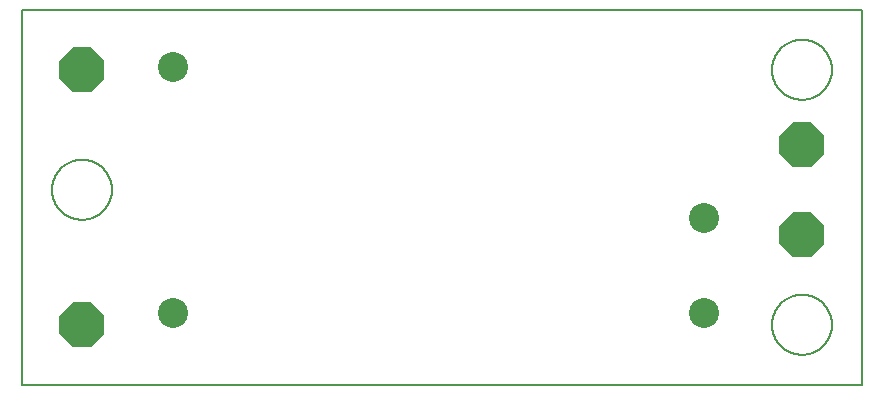
<source format=gbl>
G75*
%MOIN*%
%OFA0B0*%
%FSLAX25Y25*%
%IPPOS*%
%LPD*%
%AMOC8*
5,1,8,0,0,1.08239X$1,22.5*
%
%ADD10C,0.00600*%
%ADD11C,0.00500*%
%ADD12C,0.10000*%
%ADD13OC8,0.15000*%
D10*
X0001300Y0001300D02*
X0281300Y0001300D01*
X0281300Y0126300D01*
X0001300Y0126300D01*
X0001300Y0001300D01*
D11*
X0011300Y0066300D02*
X0011303Y0066545D01*
X0011312Y0066791D01*
X0011327Y0067036D01*
X0011348Y0067280D01*
X0011375Y0067524D01*
X0011408Y0067767D01*
X0011447Y0068010D01*
X0011492Y0068251D01*
X0011543Y0068491D01*
X0011600Y0068730D01*
X0011662Y0068967D01*
X0011731Y0069203D01*
X0011805Y0069437D01*
X0011885Y0069669D01*
X0011970Y0069899D01*
X0012061Y0070127D01*
X0012158Y0070352D01*
X0012260Y0070576D01*
X0012368Y0070796D01*
X0012481Y0071014D01*
X0012599Y0071229D01*
X0012723Y0071441D01*
X0012851Y0071650D01*
X0012985Y0071856D01*
X0013124Y0072058D01*
X0013268Y0072257D01*
X0013417Y0072452D01*
X0013570Y0072644D01*
X0013728Y0072832D01*
X0013890Y0073016D01*
X0014058Y0073195D01*
X0014229Y0073371D01*
X0014405Y0073542D01*
X0014584Y0073710D01*
X0014768Y0073872D01*
X0014956Y0074030D01*
X0015148Y0074183D01*
X0015343Y0074332D01*
X0015542Y0074476D01*
X0015744Y0074615D01*
X0015950Y0074749D01*
X0016159Y0074877D01*
X0016371Y0075001D01*
X0016586Y0075119D01*
X0016804Y0075232D01*
X0017024Y0075340D01*
X0017248Y0075442D01*
X0017473Y0075539D01*
X0017701Y0075630D01*
X0017931Y0075715D01*
X0018163Y0075795D01*
X0018397Y0075869D01*
X0018633Y0075938D01*
X0018870Y0076000D01*
X0019109Y0076057D01*
X0019349Y0076108D01*
X0019590Y0076153D01*
X0019833Y0076192D01*
X0020076Y0076225D01*
X0020320Y0076252D01*
X0020564Y0076273D01*
X0020809Y0076288D01*
X0021055Y0076297D01*
X0021300Y0076300D01*
X0021545Y0076297D01*
X0021791Y0076288D01*
X0022036Y0076273D01*
X0022280Y0076252D01*
X0022524Y0076225D01*
X0022767Y0076192D01*
X0023010Y0076153D01*
X0023251Y0076108D01*
X0023491Y0076057D01*
X0023730Y0076000D01*
X0023967Y0075938D01*
X0024203Y0075869D01*
X0024437Y0075795D01*
X0024669Y0075715D01*
X0024899Y0075630D01*
X0025127Y0075539D01*
X0025352Y0075442D01*
X0025576Y0075340D01*
X0025796Y0075232D01*
X0026014Y0075119D01*
X0026229Y0075001D01*
X0026441Y0074877D01*
X0026650Y0074749D01*
X0026856Y0074615D01*
X0027058Y0074476D01*
X0027257Y0074332D01*
X0027452Y0074183D01*
X0027644Y0074030D01*
X0027832Y0073872D01*
X0028016Y0073710D01*
X0028195Y0073542D01*
X0028371Y0073371D01*
X0028542Y0073195D01*
X0028710Y0073016D01*
X0028872Y0072832D01*
X0029030Y0072644D01*
X0029183Y0072452D01*
X0029332Y0072257D01*
X0029476Y0072058D01*
X0029615Y0071856D01*
X0029749Y0071650D01*
X0029877Y0071441D01*
X0030001Y0071229D01*
X0030119Y0071014D01*
X0030232Y0070796D01*
X0030340Y0070576D01*
X0030442Y0070352D01*
X0030539Y0070127D01*
X0030630Y0069899D01*
X0030715Y0069669D01*
X0030795Y0069437D01*
X0030869Y0069203D01*
X0030938Y0068967D01*
X0031000Y0068730D01*
X0031057Y0068491D01*
X0031108Y0068251D01*
X0031153Y0068010D01*
X0031192Y0067767D01*
X0031225Y0067524D01*
X0031252Y0067280D01*
X0031273Y0067036D01*
X0031288Y0066791D01*
X0031297Y0066545D01*
X0031300Y0066300D01*
X0031297Y0066055D01*
X0031288Y0065809D01*
X0031273Y0065564D01*
X0031252Y0065320D01*
X0031225Y0065076D01*
X0031192Y0064833D01*
X0031153Y0064590D01*
X0031108Y0064349D01*
X0031057Y0064109D01*
X0031000Y0063870D01*
X0030938Y0063633D01*
X0030869Y0063397D01*
X0030795Y0063163D01*
X0030715Y0062931D01*
X0030630Y0062701D01*
X0030539Y0062473D01*
X0030442Y0062248D01*
X0030340Y0062024D01*
X0030232Y0061804D01*
X0030119Y0061586D01*
X0030001Y0061371D01*
X0029877Y0061159D01*
X0029749Y0060950D01*
X0029615Y0060744D01*
X0029476Y0060542D01*
X0029332Y0060343D01*
X0029183Y0060148D01*
X0029030Y0059956D01*
X0028872Y0059768D01*
X0028710Y0059584D01*
X0028542Y0059405D01*
X0028371Y0059229D01*
X0028195Y0059058D01*
X0028016Y0058890D01*
X0027832Y0058728D01*
X0027644Y0058570D01*
X0027452Y0058417D01*
X0027257Y0058268D01*
X0027058Y0058124D01*
X0026856Y0057985D01*
X0026650Y0057851D01*
X0026441Y0057723D01*
X0026229Y0057599D01*
X0026014Y0057481D01*
X0025796Y0057368D01*
X0025576Y0057260D01*
X0025352Y0057158D01*
X0025127Y0057061D01*
X0024899Y0056970D01*
X0024669Y0056885D01*
X0024437Y0056805D01*
X0024203Y0056731D01*
X0023967Y0056662D01*
X0023730Y0056600D01*
X0023491Y0056543D01*
X0023251Y0056492D01*
X0023010Y0056447D01*
X0022767Y0056408D01*
X0022524Y0056375D01*
X0022280Y0056348D01*
X0022036Y0056327D01*
X0021791Y0056312D01*
X0021545Y0056303D01*
X0021300Y0056300D01*
X0021055Y0056303D01*
X0020809Y0056312D01*
X0020564Y0056327D01*
X0020320Y0056348D01*
X0020076Y0056375D01*
X0019833Y0056408D01*
X0019590Y0056447D01*
X0019349Y0056492D01*
X0019109Y0056543D01*
X0018870Y0056600D01*
X0018633Y0056662D01*
X0018397Y0056731D01*
X0018163Y0056805D01*
X0017931Y0056885D01*
X0017701Y0056970D01*
X0017473Y0057061D01*
X0017248Y0057158D01*
X0017024Y0057260D01*
X0016804Y0057368D01*
X0016586Y0057481D01*
X0016371Y0057599D01*
X0016159Y0057723D01*
X0015950Y0057851D01*
X0015744Y0057985D01*
X0015542Y0058124D01*
X0015343Y0058268D01*
X0015148Y0058417D01*
X0014956Y0058570D01*
X0014768Y0058728D01*
X0014584Y0058890D01*
X0014405Y0059058D01*
X0014229Y0059229D01*
X0014058Y0059405D01*
X0013890Y0059584D01*
X0013728Y0059768D01*
X0013570Y0059956D01*
X0013417Y0060148D01*
X0013268Y0060343D01*
X0013124Y0060542D01*
X0012985Y0060744D01*
X0012851Y0060950D01*
X0012723Y0061159D01*
X0012599Y0061371D01*
X0012481Y0061586D01*
X0012368Y0061804D01*
X0012260Y0062024D01*
X0012158Y0062248D01*
X0012061Y0062473D01*
X0011970Y0062701D01*
X0011885Y0062931D01*
X0011805Y0063163D01*
X0011731Y0063397D01*
X0011662Y0063633D01*
X0011600Y0063870D01*
X0011543Y0064109D01*
X0011492Y0064349D01*
X0011447Y0064590D01*
X0011408Y0064833D01*
X0011375Y0065076D01*
X0011348Y0065320D01*
X0011327Y0065564D01*
X0011312Y0065809D01*
X0011303Y0066055D01*
X0011300Y0066300D01*
X0251300Y0106300D02*
X0251303Y0106545D01*
X0251312Y0106791D01*
X0251327Y0107036D01*
X0251348Y0107280D01*
X0251375Y0107524D01*
X0251408Y0107767D01*
X0251447Y0108010D01*
X0251492Y0108251D01*
X0251543Y0108491D01*
X0251600Y0108730D01*
X0251662Y0108967D01*
X0251731Y0109203D01*
X0251805Y0109437D01*
X0251885Y0109669D01*
X0251970Y0109899D01*
X0252061Y0110127D01*
X0252158Y0110352D01*
X0252260Y0110576D01*
X0252368Y0110796D01*
X0252481Y0111014D01*
X0252599Y0111229D01*
X0252723Y0111441D01*
X0252851Y0111650D01*
X0252985Y0111856D01*
X0253124Y0112058D01*
X0253268Y0112257D01*
X0253417Y0112452D01*
X0253570Y0112644D01*
X0253728Y0112832D01*
X0253890Y0113016D01*
X0254058Y0113195D01*
X0254229Y0113371D01*
X0254405Y0113542D01*
X0254584Y0113710D01*
X0254768Y0113872D01*
X0254956Y0114030D01*
X0255148Y0114183D01*
X0255343Y0114332D01*
X0255542Y0114476D01*
X0255744Y0114615D01*
X0255950Y0114749D01*
X0256159Y0114877D01*
X0256371Y0115001D01*
X0256586Y0115119D01*
X0256804Y0115232D01*
X0257024Y0115340D01*
X0257248Y0115442D01*
X0257473Y0115539D01*
X0257701Y0115630D01*
X0257931Y0115715D01*
X0258163Y0115795D01*
X0258397Y0115869D01*
X0258633Y0115938D01*
X0258870Y0116000D01*
X0259109Y0116057D01*
X0259349Y0116108D01*
X0259590Y0116153D01*
X0259833Y0116192D01*
X0260076Y0116225D01*
X0260320Y0116252D01*
X0260564Y0116273D01*
X0260809Y0116288D01*
X0261055Y0116297D01*
X0261300Y0116300D01*
X0261545Y0116297D01*
X0261791Y0116288D01*
X0262036Y0116273D01*
X0262280Y0116252D01*
X0262524Y0116225D01*
X0262767Y0116192D01*
X0263010Y0116153D01*
X0263251Y0116108D01*
X0263491Y0116057D01*
X0263730Y0116000D01*
X0263967Y0115938D01*
X0264203Y0115869D01*
X0264437Y0115795D01*
X0264669Y0115715D01*
X0264899Y0115630D01*
X0265127Y0115539D01*
X0265352Y0115442D01*
X0265576Y0115340D01*
X0265796Y0115232D01*
X0266014Y0115119D01*
X0266229Y0115001D01*
X0266441Y0114877D01*
X0266650Y0114749D01*
X0266856Y0114615D01*
X0267058Y0114476D01*
X0267257Y0114332D01*
X0267452Y0114183D01*
X0267644Y0114030D01*
X0267832Y0113872D01*
X0268016Y0113710D01*
X0268195Y0113542D01*
X0268371Y0113371D01*
X0268542Y0113195D01*
X0268710Y0113016D01*
X0268872Y0112832D01*
X0269030Y0112644D01*
X0269183Y0112452D01*
X0269332Y0112257D01*
X0269476Y0112058D01*
X0269615Y0111856D01*
X0269749Y0111650D01*
X0269877Y0111441D01*
X0270001Y0111229D01*
X0270119Y0111014D01*
X0270232Y0110796D01*
X0270340Y0110576D01*
X0270442Y0110352D01*
X0270539Y0110127D01*
X0270630Y0109899D01*
X0270715Y0109669D01*
X0270795Y0109437D01*
X0270869Y0109203D01*
X0270938Y0108967D01*
X0271000Y0108730D01*
X0271057Y0108491D01*
X0271108Y0108251D01*
X0271153Y0108010D01*
X0271192Y0107767D01*
X0271225Y0107524D01*
X0271252Y0107280D01*
X0271273Y0107036D01*
X0271288Y0106791D01*
X0271297Y0106545D01*
X0271300Y0106300D01*
X0271297Y0106055D01*
X0271288Y0105809D01*
X0271273Y0105564D01*
X0271252Y0105320D01*
X0271225Y0105076D01*
X0271192Y0104833D01*
X0271153Y0104590D01*
X0271108Y0104349D01*
X0271057Y0104109D01*
X0271000Y0103870D01*
X0270938Y0103633D01*
X0270869Y0103397D01*
X0270795Y0103163D01*
X0270715Y0102931D01*
X0270630Y0102701D01*
X0270539Y0102473D01*
X0270442Y0102248D01*
X0270340Y0102024D01*
X0270232Y0101804D01*
X0270119Y0101586D01*
X0270001Y0101371D01*
X0269877Y0101159D01*
X0269749Y0100950D01*
X0269615Y0100744D01*
X0269476Y0100542D01*
X0269332Y0100343D01*
X0269183Y0100148D01*
X0269030Y0099956D01*
X0268872Y0099768D01*
X0268710Y0099584D01*
X0268542Y0099405D01*
X0268371Y0099229D01*
X0268195Y0099058D01*
X0268016Y0098890D01*
X0267832Y0098728D01*
X0267644Y0098570D01*
X0267452Y0098417D01*
X0267257Y0098268D01*
X0267058Y0098124D01*
X0266856Y0097985D01*
X0266650Y0097851D01*
X0266441Y0097723D01*
X0266229Y0097599D01*
X0266014Y0097481D01*
X0265796Y0097368D01*
X0265576Y0097260D01*
X0265352Y0097158D01*
X0265127Y0097061D01*
X0264899Y0096970D01*
X0264669Y0096885D01*
X0264437Y0096805D01*
X0264203Y0096731D01*
X0263967Y0096662D01*
X0263730Y0096600D01*
X0263491Y0096543D01*
X0263251Y0096492D01*
X0263010Y0096447D01*
X0262767Y0096408D01*
X0262524Y0096375D01*
X0262280Y0096348D01*
X0262036Y0096327D01*
X0261791Y0096312D01*
X0261545Y0096303D01*
X0261300Y0096300D01*
X0261055Y0096303D01*
X0260809Y0096312D01*
X0260564Y0096327D01*
X0260320Y0096348D01*
X0260076Y0096375D01*
X0259833Y0096408D01*
X0259590Y0096447D01*
X0259349Y0096492D01*
X0259109Y0096543D01*
X0258870Y0096600D01*
X0258633Y0096662D01*
X0258397Y0096731D01*
X0258163Y0096805D01*
X0257931Y0096885D01*
X0257701Y0096970D01*
X0257473Y0097061D01*
X0257248Y0097158D01*
X0257024Y0097260D01*
X0256804Y0097368D01*
X0256586Y0097481D01*
X0256371Y0097599D01*
X0256159Y0097723D01*
X0255950Y0097851D01*
X0255744Y0097985D01*
X0255542Y0098124D01*
X0255343Y0098268D01*
X0255148Y0098417D01*
X0254956Y0098570D01*
X0254768Y0098728D01*
X0254584Y0098890D01*
X0254405Y0099058D01*
X0254229Y0099229D01*
X0254058Y0099405D01*
X0253890Y0099584D01*
X0253728Y0099768D01*
X0253570Y0099956D01*
X0253417Y0100148D01*
X0253268Y0100343D01*
X0253124Y0100542D01*
X0252985Y0100744D01*
X0252851Y0100950D01*
X0252723Y0101159D01*
X0252599Y0101371D01*
X0252481Y0101586D01*
X0252368Y0101804D01*
X0252260Y0102024D01*
X0252158Y0102248D01*
X0252061Y0102473D01*
X0251970Y0102701D01*
X0251885Y0102931D01*
X0251805Y0103163D01*
X0251731Y0103397D01*
X0251662Y0103633D01*
X0251600Y0103870D01*
X0251543Y0104109D01*
X0251492Y0104349D01*
X0251447Y0104590D01*
X0251408Y0104833D01*
X0251375Y0105076D01*
X0251348Y0105320D01*
X0251327Y0105564D01*
X0251312Y0105809D01*
X0251303Y0106055D01*
X0251300Y0106300D01*
X0251300Y0021300D02*
X0251303Y0021545D01*
X0251312Y0021791D01*
X0251327Y0022036D01*
X0251348Y0022280D01*
X0251375Y0022524D01*
X0251408Y0022767D01*
X0251447Y0023010D01*
X0251492Y0023251D01*
X0251543Y0023491D01*
X0251600Y0023730D01*
X0251662Y0023967D01*
X0251731Y0024203D01*
X0251805Y0024437D01*
X0251885Y0024669D01*
X0251970Y0024899D01*
X0252061Y0025127D01*
X0252158Y0025352D01*
X0252260Y0025576D01*
X0252368Y0025796D01*
X0252481Y0026014D01*
X0252599Y0026229D01*
X0252723Y0026441D01*
X0252851Y0026650D01*
X0252985Y0026856D01*
X0253124Y0027058D01*
X0253268Y0027257D01*
X0253417Y0027452D01*
X0253570Y0027644D01*
X0253728Y0027832D01*
X0253890Y0028016D01*
X0254058Y0028195D01*
X0254229Y0028371D01*
X0254405Y0028542D01*
X0254584Y0028710D01*
X0254768Y0028872D01*
X0254956Y0029030D01*
X0255148Y0029183D01*
X0255343Y0029332D01*
X0255542Y0029476D01*
X0255744Y0029615D01*
X0255950Y0029749D01*
X0256159Y0029877D01*
X0256371Y0030001D01*
X0256586Y0030119D01*
X0256804Y0030232D01*
X0257024Y0030340D01*
X0257248Y0030442D01*
X0257473Y0030539D01*
X0257701Y0030630D01*
X0257931Y0030715D01*
X0258163Y0030795D01*
X0258397Y0030869D01*
X0258633Y0030938D01*
X0258870Y0031000D01*
X0259109Y0031057D01*
X0259349Y0031108D01*
X0259590Y0031153D01*
X0259833Y0031192D01*
X0260076Y0031225D01*
X0260320Y0031252D01*
X0260564Y0031273D01*
X0260809Y0031288D01*
X0261055Y0031297D01*
X0261300Y0031300D01*
X0261545Y0031297D01*
X0261791Y0031288D01*
X0262036Y0031273D01*
X0262280Y0031252D01*
X0262524Y0031225D01*
X0262767Y0031192D01*
X0263010Y0031153D01*
X0263251Y0031108D01*
X0263491Y0031057D01*
X0263730Y0031000D01*
X0263967Y0030938D01*
X0264203Y0030869D01*
X0264437Y0030795D01*
X0264669Y0030715D01*
X0264899Y0030630D01*
X0265127Y0030539D01*
X0265352Y0030442D01*
X0265576Y0030340D01*
X0265796Y0030232D01*
X0266014Y0030119D01*
X0266229Y0030001D01*
X0266441Y0029877D01*
X0266650Y0029749D01*
X0266856Y0029615D01*
X0267058Y0029476D01*
X0267257Y0029332D01*
X0267452Y0029183D01*
X0267644Y0029030D01*
X0267832Y0028872D01*
X0268016Y0028710D01*
X0268195Y0028542D01*
X0268371Y0028371D01*
X0268542Y0028195D01*
X0268710Y0028016D01*
X0268872Y0027832D01*
X0269030Y0027644D01*
X0269183Y0027452D01*
X0269332Y0027257D01*
X0269476Y0027058D01*
X0269615Y0026856D01*
X0269749Y0026650D01*
X0269877Y0026441D01*
X0270001Y0026229D01*
X0270119Y0026014D01*
X0270232Y0025796D01*
X0270340Y0025576D01*
X0270442Y0025352D01*
X0270539Y0025127D01*
X0270630Y0024899D01*
X0270715Y0024669D01*
X0270795Y0024437D01*
X0270869Y0024203D01*
X0270938Y0023967D01*
X0271000Y0023730D01*
X0271057Y0023491D01*
X0271108Y0023251D01*
X0271153Y0023010D01*
X0271192Y0022767D01*
X0271225Y0022524D01*
X0271252Y0022280D01*
X0271273Y0022036D01*
X0271288Y0021791D01*
X0271297Y0021545D01*
X0271300Y0021300D01*
X0271297Y0021055D01*
X0271288Y0020809D01*
X0271273Y0020564D01*
X0271252Y0020320D01*
X0271225Y0020076D01*
X0271192Y0019833D01*
X0271153Y0019590D01*
X0271108Y0019349D01*
X0271057Y0019109D01*
X0271000Y0018870D01*
X0270938Y0018633D01*
X0270869Y0018397D01*
X0270795Y0018163D01*
X0270715Y0017931D01*
X0270630Y0017701D01*
X0270539Y0017473D01*
X0270442Y0017248D01*
X0270340Y0017024D01*
X0270232Y0016804D01*
X0270119Y0016586D01*
X0270001Y0016371D01*
X0269877Y0016159D01*
X0269749Y0015950D01*
X0269615Y0015744D01*
X0269476Y0015542D01*
X0269332Y0015343D01*
X0269183Y0015148D01*
X0269030Y0014956D01*
X0268872Y0014768D01*
X0268710Y0014584D01*
X0268542Y0014405D01*
X0268371Y0014229D01*
X0268195Y0014058D01*
X0268016Y0013890D01*
X0267832Y0013728D01*
X0267644Y0013570D01*
X0267452Y0013417D01*
X0267257Y0013268D01*
X0267058Y0013124D01*
X0266856Y0012985D01*
X0266650Y0012851D01*
X0266441Y0012723D01*
X0266229Y0012599D01*
X0266014Y0012481D01*
X0265796Y0012368D01*
X0265576Y0012260D01*
X0265352Y0012158D01*
X0265127Y0012061D01*
X0264899Y0011970D01*
X0264669Y0011885D01*
X0264437Y0011805D01*
X0264203Y0011731D01*
X0263967Y0011662D01*
X0263730Y0011600D01*
X0263491Y0011543D01*
X0263251Y0011492D01*
X0263010Y0011447D01*
X0262767Y0011408D01*
X0262524Y0011375D01*
X0262280Y0011348D01*
X0262036Y0011327D01*
X0261791Y0011312D01*
X0261545Y0011303D01*
X0261300Y0011300D01*
X0261055Y0011303D01*
X0260809Y0011312D01*
X0260564Y0011327D01*
X0260320Y0011348D01*
X0260076Y0011375D01*
X0259833Y0011408D01*
X0259590Y0011447D01*
X0259349Y0011492D01*
X0259109Y0011543D01*
X0258870Y0011600D01*
X0258633Y0011662D01*
X0258397Y0011731D01*
X0258163Y0011805D01*
X0257931Y0011885D01*
X0257701Y0011970D01*
X0257473Y0012061D01*
X0257248Y0012158D01*
X0257024Y0012260D01*
X0256804Y0012368D01*
X0256586Y0012481D01*
X0256371Y0012599D01*
X0256159Y0012723D01*
X0255950Y0012851D01*
X0255744Y0012985D01*
X0255542Y0013124D01*
X0255343Y0013268D01*
X0255148Y0013417D01*
X0254956Y0013570D01*
X0254768Y0013728D01*
X0254584Y0013890D01*
X0254405Y0014058D01*
X0254229Y0014229D01*
X0254058Y0014405D01*
X0253890Y0014584D01*
X0253728Y0014768D01*
X0253570Y0014956D01*
X0253417Y0015148D01*
X0253268Y0015343D01*
X0253124Y0015542D01*
X0252985Y0015744D01*
X0252851Y0015950D01*
X0252723Y0016159D01*
X0252599Y0016371D01*
X0252481Y0016586D01*
X0252368Y0016804D01*
X0252260Y0017024D01*
X0252158Y0017248D01*
X0252061Y0017473D01*
X0251970Y0017701D01*
X0251885Y0017931D01*
X0251805Y0018163D01*
X0251731Y0018397D01*
X0251662Y0018633D01*
X0251600Y0018870D01*
X0251543Y0019109D01*
X0251492Y0019349D01*
X0251447Y0019590D01*
X0251408Y0019833D01*
X0251375Y0020076D01*
X0251348Y0020320D01*
X0251327Y0020564D01*
X0251312Y0020809D01*
X0251303Y0021055D01*
X0251300Y0021300D01*
D12*
X0228702Y0025355D03*
X0228702Y0056851D03*
X0051536Y0025355D03*
X0051536Y0107245D03*
D13*
X0021300Y0106300D03*
X0021300Y0021300D03*
X0261300Y0051300D03*
X0261300Y0081300D03*
M02*

</source>
